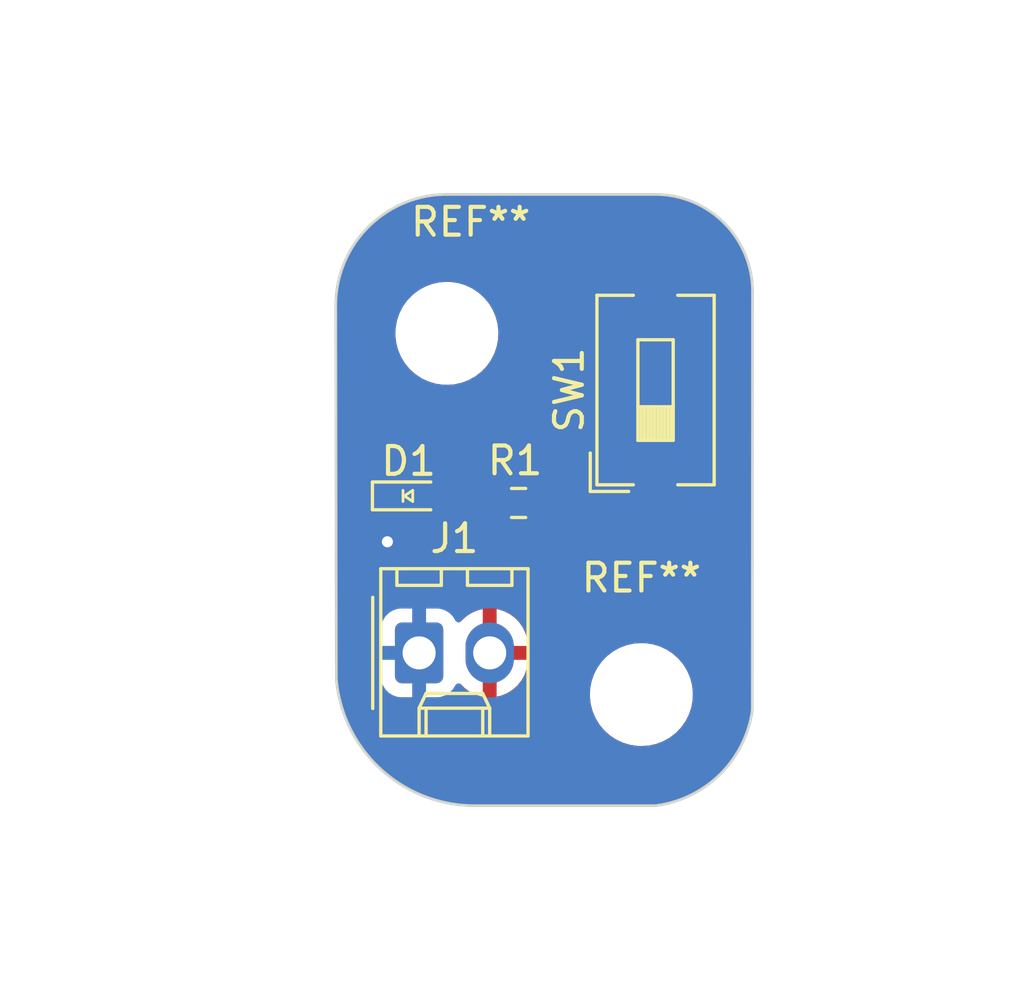
<source format=kicad_pcb>
(kicad_pcb (version 20221018) (generator pcbnew)
  (layers (0 "F.Cu" signal) (31 "B.Cu" signal) (34 "B.Paste" user) (35 "F.Paste" user) (36 "B.SilkS" user "B.Silkscreen") (37 "F.SilkS" user "F.Silkscreen") (38 "B.Mask" user) (39 "F.Mask" user) (44 "Edge.Cuts" user))
  (net 0 "")
  (net 1 "GND")
  (net 2 "Net-(D1-A)")
  (net 3 "Net-(R1-Pad1)")
  (net 4 "+3V3")
  (footprint "Button_Switch_SMD:SW_DIP_SPSTx01_Slide_6.7x4.1mm_W8.61mm_P2.54mm_LowProfile" (layer "F.Cu") (at 143.51 66.04 90)
    (fp_text reference "SW1" (at 0 -3.11 90) (layer "F.SilkS"))
    (fp_text value "SW_Push")
    (fp_line (start -3.65 -2.35) (end -3.65 -0.967) (stroke (width 0.12)) (layer "F.SilkS"))
    (fp_line (start -3.65 -2.35) (end -2.267 -2.35) (stroke (width 0.12)) (layer "F.SilkS"))
    (fp_line (start -3.41 -2.11) (end -3.41 -0.8) (stroke (width 0.12)) (layer "F.SilkS"))
    (fp_line (start -3.41 -2.11) (end 3.41 -2.11) (stroke (width 0.12)) (layer "F.SilkS"))
    (fp_line (start -3.41 0.8) (end -3.41 2.11) (stroke (width 0.12)) (layer "F.SilkS"))
    (fp_line (start -3.41 2.11) (end 3.41 2.11) (stroke (width 0.12)) (layer "F.SilkS"))
    (fp_line (start -1.81 -0.635) (end -1.81 0.635) (stroke (width 0.12)) (layer "F.SilkS"))
    (fp_line (start -1.81 -0.515) (end -0.603333 -0.515) (stroke (width 0.12)) (layer "F.SilkS"))
    (fp_line (start -1.81 -0.395) (end -0.603333 -0.395) (stroke (width 0.12)) (layer "F.SilkS"))
    (fp_line (start -1.81 -0.275) (end -0.603333 -0.275) (stroke (width 0.12)) (layer "F.SilkS"))
    (fp_line (start -1.81 -0.155) (end -0.603333 -0.155) (stroke (width 0.12)) (layer "F.SilkS"))
    (fp_line (start -1.81 -0.035) (end -0.603333 -0.035) (stroke (width 0.12)) (layer "F.SilkS"))
    (fp_line (start -1.81 0.085) (end -0.603333 0.085) (stroke (width 0.12)) (layer "F.SilkS"))
    (fp_line (start -1.81 0.205) (end -0.603333 0.205) (stroke (width 0.12)) (layer "F.SilkS"))
    (fp_line (start -1.81 0.325) (end -0.603333 0.325) (stroke (width 0.12)) (layer "F.SilkS"))
    (fp_line (start -1.81 0.445) (end -0.603333 0.445) (stroke (width 0.12)) (layer "F.SilkS"))
    (fp_line (start -1.81 0.565) (end -0.603333 0.565) (stroke (width 0.12)) (layer "F.SilkS"))
    (fp_line (start -1.81 0.635) (end 1.81 0.635) (stroke (width 0.12)) (layer "F.SilkS"))
    (fp_line (start -0.603333 -0.635) (end -0.603333 0.635) (stroke (width 0.12)) (layer "F.SilkS"))
    (fp_line (start 1.81 -0.635) (end -1.81 -0.635) (stroke (width 0.12)) (layer "F.SilkS"))
    (fp_line (start 1.81 0.635) (end 1.81 -0.635) (stroke (width 0.12)) (layer "F.SilkS"))
    (fp_line (start 3.41 -2.11) (end 3.41 -0.8) (stroke (width 0.12)) (layer "F.SilkS"))
    (fp_line (start 3.41 0.8) (end 3.41 2.11) (stroke (width 0.12)) (layer "F.SilkS"))
    (pad "1" smd rect (at -4.305 0 90) (size 2.44 1.12) (layers "F.Cu" "F.Paste" "F.Mask") (net 4 "+3V3"))
    (pad "2" smd rect (at 4.305 0 90) (size 2.44 1.12) (layers "F.Cu" "F.Paste" "F.Mask") (net 3 "Net-(R1-Pad1)"))
  )
  (footprint "layout:LED_0603_Symbol_on_F.SilkS" (layer "F.Cu") (at 134.62 69.85)
    (fp_text reference "D1" (at 0 -1.25) (layer "F.SilkS"))
    (fp_text value "LED_GREEN")
    (fp_line (start -1.3 -0.5) (end -1.3 0.5) (stroke (width 0.12)) (layer "F.SilkS"))
    (fp_line (start -1.3 -0.5) (end 0.8 -0.5) (stroke (width 0.12)) (layer "F.SilkS"))
    (fp_line (start -1.3 0.5) (end 0.8 0.5) (stroke (width 0.12)) (layer "F.SilkS"))
    (fp_line (start -0.2 -0.2) (end -0.2 0.2) (stroke (width 0.1)) (layer "F.SilkS"))
    (fp_line (start -0.15 0) (end 0.15 -0.2) (stroke (width 0.1)) (layer "F.SilkS"))
    (fp_line (start 0.15 -0.2) (end 0.15 0.2) (stroke (width 0.1)) (layer "F.SilkS"))
    (fp_line (start 0.15 0.2) (end -0.15 0) (stroke (width 0.1)) (layer "F.SilkS"))
    (pad "1" smd rect (at -0.8 0 180) (size 0.8 0.8) (layers "F.Cu" "F.Paste" "F.Mask") (net 1 "GND"))
    (pad "2" smd rect (at 0.8 0 180) (size 0.8 0.8) (layers "F.Cu" "F.Paste" "F.Mask") (net 2 "Net-(D1-A)"))
  )
  (footprint "MountingHole:MountingHole_3.2mm_M3" (layer "F.Cu") (at 136 64)
    (fp_text reference "REF**" (at 0.856 -4.008) (layer "F.SilkS"))
    (fp_text value "MountingHole_3.2mm_M3")
    (pad "" np_thru_hole circle (at 0 0) (size 3.2 3.2) (drill 3.2) (layers "*.Cu" "*.Mask"))
  )
  (footprint "MountingHole:MountingHole_3.2mm_M3" (layer "F.Cu") (at 143 77)
    (fp_text reference "REF**" (at 0 -4.2) (layer "F.SilkS"))
    (fp_text value "MountingHole_3.2mm_M3")
    (pad "" np_thru_hole circle (at 0 0) (size 3.2 3.2) (drill 3.2) (layers "F&B.Cu" "*.Mask"))
  )
  (footprint "Connector_Molex:Molex_KK-254_AE-6410-02A_1x02_P2.54mm_Vertical" (layer "F.Cu") (at 135 75.5)
    (fp_text reference "J1" (at 1.27 -4.12) (layer "F.SilkS"))
    (fp_text value "Conn_01x02")
    (fp_line (start -1.67 -2) (end -1.67 2) (stroke (width 0.12)) (layer "F.SilkS"))
    (fp_line (start -1.38 -3.03) (end -1.38 2.99) (stroke (width 0.12)) (layer "F.SilkS"))
    (fp_line (start -1.38 2.99) (end 3.92 2.99) (stroke (width 0.12)) (layer "F.SilkS"))
    (fp_line (start -0.8 -3.03) (end -0.8 -2.43) (stroke (width 0.12)) (layer "F.SilkS"))
    (fp_line (start -0.8 -2.43) (end 0.8 -2.43) (stroke (width 0.12)) (layer "F.SilkS"))
    (fp_line (start 0 1.99) (end 0.25 1.46) (stroke (width 0.12)) (layer "F.SilkS"))
    (fp_line (start 0 1.99) (end 2.54 1.99) (stroke (width 0.12)) (layer "F.SilkS"))
    (fp_line (start 0 2.99) (end 0 1.99) (stroke (width 0.12)) (layer "F.SilkS"))
    (fp_line (start 0.25 1.46) (end 2.29 1.46) (stroke (width 0.12)) (layer "F.SilkS"))
    (fp_line (start 0.25 2.99) (end 0.25 1.99) (stroke (width 0.12)) (layer "F.SilkS"))
    (fp_line (start 0.8 -2.43) (end 0.8 -3.03) (stroke (width 0.12)) (layer "F.SilkS"))
    (fp_line (start 1.74 -3.03) (end 1.74 -2.43) (stroke (width 0.12)) (layer "F.SilkS"))
    (fp_line (start 1.74 -2.43) (end 3.34 -2.43) (stroke (width 0.12)) (layer "F.SilkS"))
    (fp_line (start 2.29 1.46) (end 2.54 1.99) (stroke (width 0.12)) (layer "F.SilkS"))
    (fp_line (start 2.29 2.99) (end 2.29 1.99) (stroke (width 0.12)) (layer "F.SilkS"))
    (fp_line (start 2.54 1.99) (end 2.54 2.99) (stroke (width 0.12)) (layer "F.SilkS"))
    (fp_line (start 3.34 -2.43) (end 3.34 -3.03) (stroke (width 0.12)) (layer "F.SilkS"))
    (fp_line (start 3.92 -3.03) (end -1.38 -3.03) (stroke (width 0.12)) (layer "F.SilkS"))
    (fp_line (start 3.92 2.99) (end 3.92 -3.03) (stroke (width 0.12)) (layer "F.SilkS"))
    (pad "1" thru_hole roundrect (at 0 0) (size 1.74 2.19) (drill 1.19) (layers "*.Cu" "*.Mask") (roundrect_rratio 0.143678) (net 1 "GND"))
    (pad "2" thru_hole oval (at 2.54 0) (size 1.74 2.19) (drill 1.19) (layers "*.Cu" "*.Mask") (net 4 "+3V3"))
  )
  (footprint "Resistor_SMD:R_0603_1608Metric_Pad0.98x0.95mm_HandSolder" (layer "F.Cu") (at 138.5805 70.104 180)
    (fp_text reference "R1" (at 0.127 1.524) (layer "F.SilkS"))
    (fp_text value "105")
    (fp_line (start -0.254724 -0.5225) (end 0.254724 -0.5225) (stroke (width 0.12)) (layer "F.SilkS"))
    (fp_line (start -0.254724 0.5225) (end 0.254724 0.5225) (stroke (width 0.12)) (layer "F.SilkS"))
    (pad "1" smd roundrect (at -0.9125 0 180) (size 0.975 0.95) (layers "F.Cu" "F.Paste" "F.Mask") (net 3 "Net-(R1-Pad1)"))
    (pad "2" smd roundrect (at 0.9125 0 180) (size 0.975 0.95) (layers "F.Cu" "F.Paste" "F.Mask") (net 2 "Net-(D1-A)"))
  )
  (gr_arc (start 137 81) (mid 133.628309 79.692113) (end 132.020534 76.452679) (stroke (width 0.1)) (layer "Edge.Cuts"))
  (gr_line (start 136 59) (end 143.5 59) (stroke (width 0.1)) (layer "Edge.Cuts"))
  (gr_line (start 143.5 80.999999) (end 137 81) (stroke (width 0.1)) (layer "Edge.Cuts"))
  (gr_arc (start 143.5 59) (mid 145.974874 60.025126) (end 147 62.5) (stroke (width 0.1)) (layer "Edge.Cuts"))
  (gr_line (start 147 62.5) (end 146.990613 77.570088) (stroke (width 0.1)) (layer "Edge.Cuts"))
  (gr_arc (start 146.990613 77.570088) (mid 145.825327 79.875329) (end 143.5 80.999999) (stroke (width 0.1)) (layer "Edge.Cuts"))
  (gr_line (start 132.020534 76.452679) (end 132 63) (stroke (width 0.1)) (layer "Edge.Cuts"))
  (gr_arc (start 132 63) (mid 133.171573 60.171573) (end 136 59) (stroke (width 0.1)) (layer "Edge.Cuts"))
  (segment (start 133.82 70.066) (end 133.985 70.231) (width 0.25) (layer "F.Cu") (net 1))
  (segment (start 133.82 71.463) (end 133.858 71.501) (width 0.25) (layer "F.Cu") (net 1))
  (segment (start 133.82 69.85) (end 133.731 69.85) (width 0.25) (layer "F.Cu") (net 1))
  (segment (start 133.82 69.85) (end 133.82 71.463) (width 0.25) (layer "F.Cu") (net 1))
  (segment (start 133.82 69.85) (end 133.82 70.066) (width 0.25) (layer "F.Cu") (net 1))
  (via (at 133.858 71.501) (size 0.8) (drill 0.4) (layers "F.Cu" "B.Cu") (net 1))
  (segment (start 136.525 70.104) (end 137.668 70.104) (width 0.25) (layer "F.Cu") (net 2))
  (segment (start 135.42 69.85) (end 136.271 69.85) (width 0.25) (layer "F.Cu") (net 2))
  (segment (start 136.271 69.85) (end 136.525 70.104) (width 0.25) (layer "F.Cu") (net 2))
  (segment (start 137.668 70.104) (end 137.414 69.85) (width 0.25) (layer "F.Cu") (net 2))
  (segment (start 143.51 61.735) (end 142.481 61.735) (width 0.25) (layer "F.Cu") (net 3))
  (segment (start 139.493 69.168) (end 139.493 70.104) (width 0.25) (layer "F.Cu") (net 3))
  (segment (start 140.335 63.881) (end 140.335 68.326) (width 0.25) (layer "F.Cu") (net 3))
  (segment (start 140.335 68.326) (end 139.493 69.168) (width 0.25) (layer "F.Cu") (net 3))
  (segment (start 142.481 61.735) (end 140.335 63.881) (width 0.25) (layer "F.Cu") (net 3))
  (zone (net 4) (net_name "+3V3") (layer "F.Cu") (connect_pads (clearance 0.508)) (min_thickness 0.25) (fill yes (thermal_gap 0.5) (thermal_bridge_width 0.5))
    (polygon (pts (xy 132 59) (xy 147 59) (xy 147 81) (xy 132 81)))
  )
  (zone (net 1) (net_name "GND") (layer "B.Cu") (priority 1) (connect_pads (clearance 0.508)) (min_thickness 0.25) (fill yes (thermal_gap 0.5) (thermal_bridge_width 0.5))
    (polygon (pts (xy 132 59) (xy 147 59) (xy 147 81) (xy 132 81)))
  )
)
</source>
